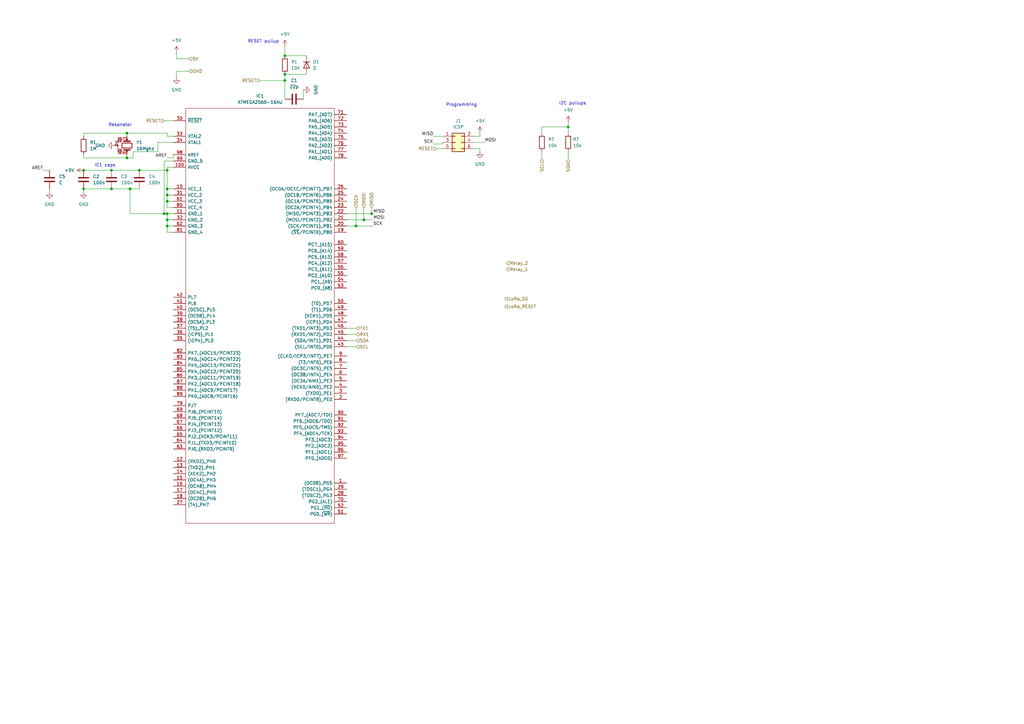
<source format=kicad_sch>
(kicad_sch (version 20211123) (generator eeschema)
  (paper "A3")
  (lib_symbols
    (symbol "ATMEGA2560-16AU:ATMEGA2560-16AU" (pin_names (offset 0.762))
      (property "Reference" "IC" (at 110.49 -21.59 0))
      (property "Value" "ATMEGA2560-16AU" (at 110.49 -24.13 0))
      (symbol "ATMEGA2560-16AU_0_0"
        (pin passive line (at 143.51 -180.34 180) (length 5.08) (name "(OC0B)_PG5") (number "1"))
        (pin passive line (at 72.39 -59.69 0) (length 5.08) (name "VCC_1") (number "10"))
        (pin passive line (at 72.39 -50.8 0) (length 5.08) (name "AVCC") (number "100"))
        (pin passive line (at 72.39 -69.85 0) (length 5.08) (name "GND_1") (number "11"))
        (pin passive line (at 72.39 -171.45 0) (length 5.08) (name "(RXD2)_PH0") (number "12"))
        (pin passive line (at 72.39 -173.99 0) (length 5.08) (name "(TXD2)_PH1") (number "13"))
        (pin passive line (at 72.39 -176.53 0) (length 5.08) (name "(XCK2)_PH2") (number "14"))
        (pin passive line (at 72.39 -179.07 0) (length 5.08) (name "(OC4A)_PH3") (number "15"))
        (pin passive line (at 72.39 -181.61 0) (length 5.08) (name "(OC4B)_PH4") (number "16"))
        (pin passive line (at 72.39 -184.15 0) (length 5.08) (name "(OC4C)_PH5") (number "17"))
        (pin passive line (at 72.39 -186.69 0) (length 5.08) (name "(OC2B)_PH6") (number "18"))
        (pin passive line (at 143.51 -77.47 180) (length 5.08) (name "(~{SS}/PCINT0)_PB0") (number "19"))
        (pin passive line (at 143.51 -146.05 180) (length 5.08) (name "(RXD0/PCINT8)_PE0") (number "2"))
        (pin passive line (at 143.51 -74.93 180) (length 5.08) (name "(SCK/PCINT1)_PB1") (number "20"))
        (pin passive line (at 143.51 -72.39 180) (length 5.08) (name "(MOSI/PCINT2)_PB2") (number "21"))
        (pin passive line (at 143.51 -69.85 180) (length 5.08) (name "(MISO/PCINT3)_PB3") (number "22"))
        (pin passive line (at 143.51 -67.31 180) (length 5.08) (name "(OC2A/PCINT4)_PB4") (number "23"))
        (pin passive line (at 143.51 -64.77 180) (length 5.08) (name "(OC1A/PCINT5)_PB5") (number "24"))
        (pin passive line (at 143.51 -62.23 180) (length 5.08) (name "(OC1B/PCINT6)_PB6") (number "25"))
        (pin passive line (at 143.51 -59.69 180) (length 5.08) (name "(OC0A/OC1C/PCINT7)_PB7") (number "26"))
        (pin passive line (at 72.39 -189.23 0) (length 5.08) (name "(T4)_PH7") (number "27"))
        (pin passive line (at 143.51 -185.42 180) (length 5.08) (name "(TOSC2)_PG3") (number "28"))
        (pin passive line (at 143.51 -182.88 180) (length 5.08) (name "(TOSC1)_PG4") (number "29"))
        (pin passive line (at 143.51 -143.51 180) (length 5.08) (name "(TXD0)_PE1") (number "3"))
        (pin passive line (at 72.39 -31.75 0) (length 5.08) (name "~{RESET}") (number "30"))
        (pin passive line (at 72.39 -62.23 0) (length 5.08) (name "VCC_2") (number "31"))
        (pin passive line (at 72.39 -72.39 0) (length 5.08) (name "GND_2") (number "32"))
        (pin passive line (at 72.39 -38.1 0) (length 5.08) (name "XTAL2") (number "33"))
        (pin passive line (at 72.39 -40.64 0) (length 5.08) (name "XTAL1") (number "34"))
        (pin passive line (at 72.39 -121.92 0) (length 5.08) (name "(ICP4)_PL0") (number "35"))
        (pin passive line (at 72.39 -119.38 0) (length 5.08) (name "(ICP5)_PL1") (number "36"))
        (pin passive line (at 72.39 -116.84 0) (length 5.08) (name "(T5)_PL2") (number "37"))
        (pin passive line (at 72.39 -114.3 0) (length 5.08) (name "(OC5A)_PL3") (number "38"))
        (pin passive line (at 72.39 -111.76 0) (length 5.08) (name "(OC5B)_PL4") (number "39"))
        (pin passive line (at 143.51 -140.97 180) (length 5.08) (name "(XCK0/AIN0)_PE2") (number "4"))
        (pin passive line (at 72.39 -109.22 0) (length 5.08) (name "(OC5C)_PL5") (number "40"))
        (pin passive line (at 72.39 -106.68 0) (length 5.08) (name "PL6") (number "41"))
        (pin passive line (at 72.39 -104.14 0) (length 5.08) (name "PL7") (number "42"))
        (pin passive line (at 143.51 -124.46 180) (length 5.08) (name "(SCL/INT0)_PD0") (number "43"))
        (pin passive line (at 143.51 -121.92 180) (length 5.08) (name "(SDA/INT1)_PD1") (number "44"))
        (pin passive line (at 143.51 -119.38 180) (length 5.08) (name "(RXD1/INT2)_PD2") (number "45"))
        (pin passive line (at 143.51 -116.84 180) (length 5.08) (name "(TXD1/INT3)_PD3") (number "46"))
        (pin passive line (at 143.51 -114.3 180) (length 5.08) (name "(ICP1)_PD4") (number "47"))
        (pin passive line (at 143.51 -111.76 180) (length 5.08) (name "(XCK1)_PD5") (number "48"))
        (pin passive line (at 143.51 -109.22 180) (length 5.08) (name "(T1)_PD6") (number "49"))
        (pin passive line (at 143.51 -138.43 180) (length 5.08) (name "(OC3A/AIN1)_PE3") (number "5"))
        (pin passive line (at 143.51 -106.68 180) (length 5.08) (name "(T0)_PD7") (number "50"))
        (pin passive line (at 143.51 -193.04 180) (length 5.08) (name "PG0_(~{WR})") (number "51"))
        (pin passive line (at 143.51 -190.5 180) (length 5.08) (name "PG1_(~{RD})") (number "52"))
        (pin passive line (at 143.51 -100.33 180) (length 5.08) (name "PC0_(A8)") (number "53"))
        (pin passive line (at 143.51 -97.79 180) (length 5.08) (name "PC1_(A9)") (number "54"))
        (pin passive line (at 143.51 -95.25 180) (length 5.08) (name "PC2_(A10)") (number "55"))
        (pin passive line (at 143.51 -92.71 180) (length 5.08) (name "PC3_(A11)") (number "56"))
        (pin passive line (at 143.51 -90.17 180) (length 5.08) (name "PC4_(A12)") (number "57"))
        (pin passive line (at 143.51 -87.63 180) (length 5.08) (name "PC5_(A13)") (number "58"))
        (pin passive line (at 143.51 -85.09 180) (length 5.08) (name "PC6_(A14)") (number "59"))
        (pin passive line (at 143.51 -135.89 180) (length 5.08) (name "(OC3B/INT4)_PE4") (number "6"))
        (pin passive line (at 143.51 -82.55 180) (length 5.08) (name "PC7_(A15)") (number "60"))
        (pin passive line (at 72.39 -64.77 0) (length 5.08) (name "VCC_3") (number "61"))
        (pin passive line (at 72.39 -74.93 0) (length 5.08) (name "GND_3") (number "62"))
        (pin passive line (at 72.39 -166.37 0) (length 5.08) (name "PJ0_(RXD3/PCINT9)") (number "63"))
        (pin passive line (at 72.39 -163.83 0) (length 5.08) (name "PJ1_(TXD3/PCINT10)") (number "64"))
        (pin passive line (at 72.39 -161.29 0) (length 5.08) (name "PJ2_(XCK3/PCINT11)") (number "65"))
        (pin passive line (at 72.39 -158.75 0) (length 5.08) (name "PJ3_(PCINT12)") (number "66"))
        (pin passive line (at 72.39 -156.21 0) (length 5.08) (name "PJ4_(PCINT13)") (number "67"))
        (pin passive line (at 72.39 -153.67 0) (length 5.08) (name "PJ5_(PCINT14)") (number "68"))
        (pin passive line (at 72.39 -151.13 0) (length 5.08) (name "PJ6_(PCINT15)") (number "69"))
        (pin passive line (at 143.51 -133.35 180) (length 5.08) (name "(OC3C/INT5)_PE5") (number "7"))
        (pin passive line (at 143.51 -187.96 180) (length 5.08) (name "PG2_(ALE)") (number "70"))
        (pin passive line (at 143.51 -29.21 180) (length 5.08) (name "PA7_(AD7)") (number "71"))
        (pin passive line (at 143.51 -31.75 180) (length 5.08) (name "PA6_(AD6)") (number "72"))
        (pin passive line (at 143.51 -34.29 180) (length 5.08) (name "PA5_(AD5)") (number "73"))
        (pin passive line (at 143.51 -36.83 180) (length 5.08) (name "PA4_(AD4)") (number "74"))
        (pin passive line (at 143.51 -39.37 180) (length 5.08) (name "PA3_(AD3)") (number "75"))
        (pin passive line (at 143.51 -41.91 180) (length 5.08) (name "PA2_(AD2)") (number "76"))
        (pin passive line (at 143.51 -44.45 180) (length 5.08) (name "PA1_(AD1)") (number "77"))
        (pin passive line (at 143.51 -46.99 180) (length 5.08) (name "PA0_(AD0)") (number "78"))
        (pin passive line (at 72.39 -148.59 0) (length 5.08) (name "PJ7") (number "79"))
        (pin passive line (at 143.51 -130.81 180) (length 5.08) (name "(T3/INT6)_PE6") (number "8"))
        (pin passive line (at 72.39 -67.31 0) (length 5.08) (name "VCC_4") (number "80"))
        (pin passive line (at 72.39 -77.47 0) (length 5.08) (name "GND_4") (number "81"))
        (pin passive line (at 72.39 -127 0) (length 5.08) (name "PK7_(ADC15/PCINT23)") (number "82"))
        (pin passive line (at 72.39 -129.54 0) (length 5.08) (name "PK6_(ADC14/PCINT22)") (number "83"))
        (pin passive line (at 72.39 -132.08 0) (length 5.08) (name "PK5_(ADC13/PCINT21)") (number "84"))
        (pin passive line (at 72.39 -134.62 0) (length 5.08) (name "PK4_(ADC12/PCINT20)") (number "85"))
        (pin passive line (at 72.39 -137.16 0) (length 5.08) (name "PK3_(ADC11/PCINT19)") (number "86"))
        (pin passive line (at 72.39 -139.7 0) (length 5.08) (name "PK2_(ADC10/PCINT18)") (number "87"))
        (pin passive line (at 72.39 -142.24 0) (length 5.08) (name "PK1_(ADC9/PCINT17)") (number "88"))
        (pin passive line (at 72.39 -144.78 0) (length 5.08) (name "PK0_(ADC8/PCINT16)") (number "89"))
        (pin passive line (at 143.51 -128.27 180) (length 5.08) (name "(CLKO/ICP3/INT7)_PE7") (number "9"))
        (pin passive line (at 143.51 -152.4 180) (length 5.08) (name "PF7_(ADC7/TDI)") (number "90"))
        (pin passive line (at 143.51 -154.94 180) (length 5.08) (name "PF6_(ADC6/TDO)") (number "91"))
        (pin passive line (at 143.51 -157.48 180) (length 5.08) (name "PF5_(ADC5/TMS)") (number "92"))
        (pin passive line (at 143.51 -160.02 180) (length 5.08) (name "PF4_(ADC4/TCK)") (number "93"))
        (pin passive line (at 143.51 -162.56 180) (length 5.08) (name "PF3_(ADC3)") (number "94"))
        (pin passive line (at 143.51 -165.1 180) (length 5.08) (name "PF2_(ADC2)") (number "95"))
        (pin passive line (at 143.51 -167.64 180) (length 5.08) (name "PF1_(ADC1)") (number "96"))
        (pin passive line (at 143.51 -170.18 180) (length 5.08) (name "PF0_(ADC0)") (number "97"))
        (pin passive line (at 72.39 -45.72 0) (length 5.08) (name "AREF") (number "98"))
        (pin passive line (at 72.39 -48.26 0) (length 5.08) (name "GND_5") (number "99"))
      )
      (symbol "ATMEGA2560-16AU_0_1"
        (rectangle (start 77.47 -26.67) (end 138.43 -196.85))
      )
    )
    (symbol "Connector_Generic:Conn_02x03_Odd_Even" (pin_names (offset 1.016) hide)
      (property "Reference" "J" (at 1.27 5.08 0))
      (property "Value" "Conn_02x03_Odd_Even" (at 1.27 -5.08 0))
      (symbol "Conn_02x03_Odd_Even_1_1"
        (rectangle (start -1.27 -2.413) (end 0 -2.667) (stroke (width 0.1524)))
        (rectangle (start -1.27 0.127) (end 0 -0.127) (stroke (width 0.1524)))
        (rectangle (start -1.27 2.667) (end 0 2.413) (stroke (width 0.1524)))
        (rectangle (start -1.27 3.81) (end 3.81 -3.81) (stroke (width 0.254)) (fill (type background)))
        (rectangle (start 3.81 -2.413) (end 2.54 -2.667) (stroke (width 0.1524)))
        (rectangle (start 3.81 0.127) (end 2.54 -0.127) (stroke (width 0.1524)))
        (rectangle (start 3.81 2.667) (end 2.54 2.413) (stroke (width 0.1524)))
        (pin passive line (at -5.08 2.54 0) (length 3.81) (name "Pin_1") (number "1"))
        (pin passive line (at 7.62 2.54 180) (length 3.81) (name "Pin_2") (number "2"))
        (pin passive line (at -5.08 0 0) (length 3.81) (name "Pin_3") (number "3"))
        (pin passive line (at 7.62 0 180) (length 3.81) (name "Pin_4") (number "4"))
        (pin passive line (at -5.08 -2.54 0) (length 3.81) (name "Pin_5") (number "5"))
        (pin passive line (at 7.62 -2.54 180) (length 3.81) (name "Pin_6") (number "6"))
      )
    )
    (symbol "Device:C" (pin_numbers hide) (pin_names (offset 0.254))
      (property "Reference" "C" (at 0.635 2.54 0))
      (property "Value" "C" (at 0.635 -2.54 0))
      (symbol "C_0_1"
        (polyline (pts (xy -2.032 -0.762) (xy 2.032 -0.762)) (stroke (width 0.508)))
        (polyline (pts (xy -2.032 0.762) (xy 2.032 0.762)) (stroke (width 0.508)))
      )
      (symbol "C_1_1"
        (pin passive line (at 0 3.81 270) (length 2.794) (name "~") (number "1"))
        (pin passive line (at 0 -3.81 90) (length 2.794) (name "~") (number "2"))
      )
    )
    (symbol "Device:D" (pin_numbers hide) (pin_names (offset 1.016) hide)
      (property "Reference" "D" (at 0 2.54 0))
      (property "Value" "D" (at 0 -2.54 0))
      (symbol "D_0_1"
        (polyline (pts (xy -1.27 1.27) (xy -1.27 -1.27)) (stroke (width 0.254)))
        (polyline (pts (xy 1.27 0) (xy -1.27 0)))
        (polyline (pts (xy 1.27 1.27) (xy 1.27 -1.27) (xy -1.27 0) (xy 1.27 1.27)) (stroke (width 0.254)))
      )
      (symbol "D_1_1"
        (pin passive line (at -3.81 0 0) (length 2.54) (name "K") (number "1"))
        (pin passive line (at 3.81 0 180) (length 2.54) (name "A") (number "2"))
      )
    )
    (symbol "Device:R" (pin_numbers hide) (pin_names (offset 0))
      (property "Reference" "R" (at 2.032 0 90))
      (property "Value" "R" (at 0 0 90))
      (symbol "R_0_1"
        (rectangle (start -1.016 -2.54) (end 1.016 2.54) (stroke (width 0.254)))
      )
      (symbol "R_1_1"
        (pin passive line (at 0 3.81 270) (length 1.27) (name "~") (number "1"))
        (pin passive line (at 0 -3.81 90) (length 1.27) (name "~") (number "2"))
      )
    )
    (symbol "Device:Resonator" (pin_names (offset 1.016) hide)
      (property "Reference" "Y" (at 0 5.715 0))
      (property "Value" "Resonator" (at 0 3.81 0))
      (symbol "Resonator_0_1"
        (rectangle (start -3.429 -3.175) (end -1.397 -3.429) (fill (type outline)))
        (rectangle (start -3.429 -2.413) (end -1.397 -2.667) (fill (type outline)))
        (circle (center -2.413 0) (radius 0.254) (fill (type outline)))
        (rectangle (start -1.016 2.032) (end 1.016 -2.032) (stroke (width 0.3048)))
        (circle (center 0 -3.81) (radius 0.254) (fill (type outline)))
        (polyline (pts (xy -2.413 -2.413) (xy -2.413 0)))
        (polyline (pts (xy -1.905 0) (xy -3.175 0)))
        (polyline (pts (xy -1.778 -1.27) (xy -1.778 1.27)) (stroke (width 0.508)))
        (polyline (pts (xy 1.778 -1.27) (xy 1.778 1.27)) (stroke (width 0.508)))
        (polyline (pts (xy 1.905 0) (xy 2.54 0)))
        (polyline (pts (xy 2.413 0) (xy 2.413 -2.54)))
        (polyline (pts (xy 2.413 -3.302) (xy 2.413 -3.81) (xy -2.413 -3.81) (xy -2.413 -3.302)))
        (rectangle (start 1.397 -3.175) (end 3.429 -3.429) (fill (type outline)))
        (rectangle (start 1.397 -2.413) (end 3.429 -2.667) (fill (type outline)))
        (circle (center 2.413 0) (radius 0.254) (fill (type outline)))
      )
      (symbol "Resonator_1_1"
        (pin passive line (at -3.81 0 0) (length 1.27) (name "1") (number "1"))
        (pin passive line (at 0 -5.08 90) (length 1.27) (name "2") (number "2"))
        (pin passive line (at 3.81 0 180) (length 1.27) (name "3") (number "3"))
      )
    )
    (symbol "power:+5V" (power) (pin_names (offset 0))
      (property "Value" "+5V" (at 0 3.556 0))
      (symbol "+5V_0_1"
        (polyline (pts (xy -0.762 1.27) (xy 0 2.54)))
        (polyline (pts (xy 0 0) (xy 0 2.54)))
        (polyline (pts (xy 0 2.54) (xy 0.762 1.27)))
      )
      (symbol "+5V_1_1"
        (pin power_in line (at 0 0 90) (length 0) hide (name "+5V") (number "1"))
      )
    )
    (symbol "power:GND" (power) (pin_names (offset 0))
      (property "Value" "GND" (at 0 -3.81 0))
      (symbol "GND_0_1"
        (polyline (pts (xy 0 0) (xy 0 -1.27) (xy 1.27 -1.27) (xy 0 -2.54) (xy -1.27 -1.27) (xy 0 -1.27)))
      )
      (symbol "GND_1_1"
        (pin power_in line (at 0 0 270) (length 0) hide (name "GND") (number "1"))
      )
    )
  )
  (junction (at 68.58 77.47))
  (junction (at 45.72 69.85))
  (junction (at 116.84 30.48))
  (junction (at 116.84 33.02))
  (junction (at 34.29 77.47))
  (junction (at 52.07 54.61))
  (junction (at 233.045 52.07))
  (junction (at 68.58 92.71))
  (junction (at 68.58 69.85))
  (junction (at 68.58 80.01))
  (junction (at 67.31 87.63))
  (junction (at 57.15 69.85))
  (junction (at 52.07 64.77))
  (junction (at 146.05 92.71))
  (junction (at 68.58 82.55))
  (junction (at 116.84 22.86))
  (junction (at 152.4 87.63))
  (junction (at 149.225 90.17))
  (junction (at 68.58 87.63))
  (junction (at 53.34 77.47))
  (junction (at 68.58 90.17))
  (junction (at 34.29 69.85))
  (junction (at 45.72 77.47))
  (wire (pts (xy 52.07 54.61) (xy 68.58 54.61)))
  (wire (pts (xy 68.58 87.63) (xy 71.12 87.63)))
  (wire (pts (xy 146.05 92.71) (xy 153.035 92.71)))
  (wire (pts (xy 71.12 66.04) (xy 67.31 66.04)))
  (wire (pts (xy 71.12 68.58) (xy 68.58 68.58)))
  (wire (pts (xy 72.39 21.59) (xy 72.39 24.13)))
  (wire (pts (xy 116.84 30.48) (xy 116.84 33.02)))
  (wire (pts (xy 57.15 69.85) (xy 68.58 69.85)))
  (wire (pts (xy 68.58 77.47) (xy 68.58 80.01)))
  (wire (pts (xy 124.46 40.64) (xy 124.46 36.83)))
  (wire (pts (xy 149.225 90.17) (xy 153.035 90.17)))
  (wire (pts (xy 45.72 69.85) (xy 57.15 69.85)))
  (wire (pts (xy 152.4 85.09) (xy 152.4 87.63)))
  (wire (pts (xy 72.39 31.75) (xy 72.39 29.21)))
  (wire (pts (xy 116.84 33.02) (xy 116.84 40.64)))
  (wire (pts (xy 68.58 85.09) (xy 68.58 82.55)))
  (wire (pts (xy 34.29 77.47) (xy 45.72 77.47)))
  (wire (pts (xy 194.31 60.96) (xy 196.85 60.96)))
  (wire (pts (xy 68.58 82.55) (xy 68.58 80.01)))
  (wire (pts (xy 149.225 85.09) (xy 149.225 90.17)))
  (wire (pts (xy 142.24 87.63) (xy 152.4 87.63)))
  (wire (pts (xy 64.77 62.23) (xy 64.77 58.42)))
  (wire (pts (xy 54.61 62.23) (xy 64.77 62.23)))
  (wire (pts (xy 196.85 55.88) (xy 196.85 54.61)))
  (wire (pts (xy 34.29 64.77) (xy 52.07 64.77)))
  (wire (pts (xy 34.29 54.61) (xy 34.29 55.88)))
  (wire (pts (xy 233.045 62.23) (xy 233.045 65.405)))
  (wire (pts (xy 177.8 59.055) (xy 181.61 59.055)))
  (wire (pts (xy 194.31 58.42) (xy 198.755 58.42)))
  (wire (pts (xy 68.58 90.17) (xy 68.58 87.63)))
  (wire (pts (xy 68.58 95.25) (xy 68.58 92.71)))
  (wire (pts (xy 67.31 87.63) (xy 68.58 87.63)))
  (wire (pts (xy 116.84 19.05) (xy 116.84 22.86)))
  (wire (pts (xy 71.12 82.55) (xy 68.58 82.55)))
  (wire (pts (xy 68.58 55.88) (xy 71.12 55.88)))
  (wire (pts (xy 71.12 85.09) (xy 68.58 85.09)))
  (wire (pts (xy 52.07 54.61) (xy 34.29 54.61)))
  (wire (pts (xy 17.78 69.85) (xy 20.32 69.85)))
  (wire (pts (xy 142.24 139.7) (xy 146.05 139.7)))
  (wire (pts (xy 222.25 52.07) (xy 233.045 52.07)))
  (wire (pts (xy 142.24 90.17) (xy 149.225 90.17)))
  (wire (pts (xy 52.07 55.88) (xy 52.07 54.61)))
  (wire (pts (xy 142.24 92.71) (xy 146.05 92.71)))
  (wire (pts (xy 179.07 60.96) (xy 181.61 60.96)))
  (wire (pts (xy 68.58 69.85) (xy 68.58 77.47)))
  (wire (pts (xy 54.61 64.77) (xy 54.61 62.23)))
  (wire (pts (xy 72.39 29.21) (xy 77.47 29.21)))
  (wire (pts (xy 68.58 90.17) (xy 71.12 90.17)))
  (wire (pts (xy 71.12 77.47) (xy 68.58 77.47)))
  (wire (pts (xy 68.58 68.58) (xy 68.58 69.85)))
  (wire (pts (xy 233.045 50.165) (xy 233.045 52.07)))
  (wire (pts (xy 57.15 77.47) (xy 53.34 77.47)))
  (wire (pts (xy 53.34 77.47) (xy 53.34 87.63)))
  (wire (pts (xy 68.58 64.77) (xy 71.12 64.77)))
  (wire (pts (xy 68.58 80.01) (xy 71.12 80.01)))
  (wire (pts (xy 71.12 64.77) (xy 71.12 63.5)))
  (wire (pts (xy 196.85 60.96) (xy 196.85 62.23)))
  (wire (pts (xy 146.05 85.09) (xy 146.05 92.71)))
  (wire (pts (xy 152.4 87.63) (xy 153.035 87.63)))
  (wire (pts (xy 20.32 77.47) (xy 20.32 78.74)))
  (wire (pts (xy 116.84 30.48) (xy 125.73 30.48)))
  (wire (pts (xy 142.24 134.62) (xy 146.05 134.62)))
  (wire (pts (xy 116.84 22.86) (xy 125.73 22.86)))
  (wire (pts (xy 64.77 58.42) (xy 71.12 58.42)))
  (wire (pts (xy 68.58 92.71) (xy 68.58 90.17)))
  (wire (pts (xy 194.31 55.88) (xy 196.85 55.88)))
  (wire (pts (xy 106.68 33.02) (xy 116.84 33.02)))
  (wire (pts (xy 52.07 64.77) (xy 54.61 64.77)))
  (wire (pts (xy 34.29 69.85) (xy 45.72 69.85)))
  (wire (pts (xy 68.58 54.61) (xy 68.58 55.88)))
  (wire (pts (xy 142.24 137.16) (xy 146.05 137.16)))
  (wire (pts (xy 177.8 55.88) (xy 181.61 55.88)))
  (wire (pts (xy 52.07 63.5) (xy 52.07 64.77)))
  (wire (pts (xy 45.72 77.47) (xy 53.34 77.47)))
  (wire (pts (xy 34.29 78.74) (xy 34.29 77.47)))
  (wire (pts (xy 67.31 49.53) (xy 71.12 49.53)))
  (wire (pts (xy 233.045 52.07) (xy 233.045 54.61)))
  (wire (pts (xy 68.58 92.71) (xy 71.12 92.71)))
  (wire (pts (xy 142.24 142.24) (xy 146.05 142.24)))
  (wire (pts (xy 67.31 66.04) (xy 67.31 87.63)))
  (wire (pts (xy 222.25 54.61) (xy 222.25 52.07)))
  (wire (pts (xy 222.25 62.23) (xy 222.25 65.405)))
  (wire (pts (xy 181.61 59.055) (xy 181.61 58.42)))
  (wire (pts (xy 71.12 95.25) (xy 68.58 95.25)))
  (wire (pts (xy 53.34 87.63) (xy 67.31 87.63)))
  (wire (pts (xy 34.29 63.5) (xy 34.29 64.77)))
  (wire (pts (xy 72.39 24.13) (xy 77.47 24.13)))
  (text "IC1 caps" (at 38.735 68.58 0) (effects (font (size 1.27 1.27)) (justify left bottom)))
  (text "Resonator" (at 44.45 52.07 0) (effects (font (size 1.27 1.27)) (justify left bottom)))
  (text "Programming" (at 182.88 43.815 0) (effects (font (size 1.27 1.27)) (justify left bottom)))
  (text "I2C pullups" (at 229.235 43.18 0) (effects (font (size 1.27 1.27)) (justify left bottom)))
  (text "RESET pullup" (at 101.6 17.78 0) (effects (font (size 1.27 1.27)) (justify left bottom)))
  (label "SCK" (at 153.035 92.71 0))
  (label "AREF" (at 17.78 69.85 180))
  (label "SCK" (at 177.8 59.055 180))
  (label "MOSI" (at 198.755 58.42 0))
  (label "MISO" (at 177.8 55.88 180))
  (label "MOSI" (at 153.035 90.17 0))
  (label "MISO" (at 153.035 87.63 0))
  (label "AREF" (at 68.58 64.77 180))
  (hierarchical_label "Relay_1" (shape input) (at 207.645 110.49 0))
  (hierarchical_label "RESET" (shape input) (at 179.07 60.96 180))
  (hierarchical_label "Relay_2" (shape input) (at 207.645 107.95 0))
  (hierarchical_label "RESET" (shape input) (at 67.31 49.53 180))
  (hierarchical_label "SDA" (shape input) (at 146.05 139.7 0))
  (hierarchical_label "SCL" (shape input) (at 146.05 142.24 0))
  (hierarchical_label "RX1" (shape input) (at 146.05 137.16 0))
  (hierarchical_label "LoRa_RESET" (shape input) (at 207.01 125.73 0))
  (hierarchical_label "GND" (shape input) (at 77.47 29.21 0))
  (hierarchical_label "TX1" (shape input) (at 146.05 134.62 0))
  (hierarchical_label "SCK" (shape input) (at 146.05 85.09 90))
  (hierarchical_label "SDA" (shape input) (at 233.045 65.405 270))
  (hierarchical_label "LoRa_SS" (shape input) (at 207.01 122.555 0))
  (hierarchical_label "5V" (shape input) (at 77.47 24.13 0))
  (hierarchical_label "MISO" (shape input) (at 152.4 85.09 90))
  (hierarchical_label "MOSI" (shape input) (at 149.225 85.09 90))
  (hierarchical_label "RESET" (shape input) (at 106.68 33.02 180))
  (hierarchical_label "SCL" (shape input) (at 222.25 65.405 270))
  (symbol (lib_id "power:GND") (at 72.39 31.75 0) (unit 1)
    (property "Reference" "#PWR0104" (effects hide))
    (property "Value" "GND" (at 72.39 36.83 0))
  )
  (symbol (lib_id "Device:C") (at 57.15 73.66 0) (unit 1)
    (property "Reference" "C4" (at 60.96 72.3899 0) (effects (justify left)))
    (property "Value" "100n" (at 60.96 74.9299 0) (effects (justify left)))
  )
  (symbol (lib_id "Device:C") (at 120.65 40.64 90) (unit 1)
    (property "Reference" "C1" (at 120.65 33.02 90))
    (property "Value" "22p" (at 120.65 35.56 90))
  )
  (symbol (lib_id "power:+5V") (at 196.85 54.61 0) (unit 1)
    (property "Reference" "#PWR0112" (effects hide))
    (property "Value" "+5V" (at 196.85 49.53 0))
  )
  (symbol (lib_id "power:GND") (at 124.46 36.83 90) (unit 1)
    (property "Reference" "#PWR0106" (effects hide))
    (property "Value" "GND" (at 129.54 36.83 0))
  )
  (symbol (lib_id "Device:C") (at 34.29 73.66 0) (unit 1)
    (property "Reference" "C2" (at 38.1 72.3899 0) (effects (justify left)))
    (property "Value" "100n" (at 38.1 74.9299 0) (effects (justify left)))
  )
  (symbol (lib_id "Device:R") (at 233.045 58.42 0) (unit 1)
    (property "Reference" "R?" (at 234.95 57.1499 0) (effects (justify left)))
    (property "Value" "10k" (at 234.95 59.6899 0) (effects (justify left)))
  )
  (symbol (lib_id "Device:C") (at 20.32 73.66 0) (unit 1)
    (property "Reference" "C5" (at 24.13 72.3899 0) (effects (justify left)))
    (property "Value" "C" (at 24.13 74.9299 0) (effects (justify left)))
  )
  (symbol (lib_id "power:GND") (at 34.29 78.74 0) (unit 1)
    (property "Reference" "#PWR0107" (effects hide))
    (property "Value" "GND" (at 34.29 83.82 0))
  )
  (symbol (lib_id "power:GND") (at 20.32 78.74 0) (unit 1)
    (property "Reference" "#PWR0109" (effects hide))
    (property "Value" "GND" (at 20.32 83.82 0))
  )
  (symbol (lib_id "power:GND") (at 46.99 59.69 270) (mirror x) (unit 1)
    (property "Reference" "#PWR0110" (effects hide))
    (property "Value" "GND" (at 43.18 59.6899 90) (effects (justify right)))
  )
  (symbol (lib_id "Device:R") (at 116.84 26.67 0) (unit 1)
    (property "Reference" "R1" (at 119.38 25.3999 0) (effects (justify left)))
    (property "Value" "10K" (at 119.38 27.9399 0) (effects (justify left)))
  )
  (symbol (lib_id "power:+5V") (at 34.29 69.85 90) (unit 1)
    (property "Reference" "#PWR0108" (effects hide))
    (property "Value" "+5V" (at 30.48 69.8499 90) (effects (justify left)))
  )
  (symbol (lib_id "Device:C") (at 45.72 73.66 0) (unit 1)
    (property "Reference" "C3" (at 49.53 72.3899 0) (effects (justify left)))
    (property "Value" "100n" (at 49.53 74.9299 0) (effects (justify left)))
  )
  (symbol (lib_id "Device:R") (at 222.25 58.42 0) (unit 1)
    (property "Reference" "R?" (at 224.79 57.1499 0) (effects (justify left)))
    (property "Value" "10k" (at 224.79 59.6899 0) (effects (justify left)))
  )
  (symbol (lib_id "ATMEGA2560-16AU:ATMEGA2560-16AU") (at -1.27 17.78 0) (unit 1)
    (property "Reference" "IC1" (at 106.68 39.37 0))
    (property "Value" "ATMEGA2560-16AU" (at 106.68 41.91 0))
    (property "Footprint" "QFP50P1600X1600X120-100N" (effects hide))
    (property "Datasheet" "https://datasheet.datasheetarchive.com/originals/distributors/Datasheets_SAMA/4a5a397fa76c39b5297f4121ace1d84e.pdf" (effects hide))
    (property "Description" "ATMEGA2560-16AU, 8 bit AVR Microcontroller 16MHz 4, 256kb Flash, 8kb RAM, I2C SPI 100-Pin TQFP" (effects hide))
    (property "Height" "1.2" (effects hide))
    (property "Manufacturer_Name" "Microchip" (effects hide))
    (property "Manufacturer_Part_Number" "ATMEGA2560-16AU" (effects hide))
    (property "Mouser Part Number" "556-ATMEGA2560-16AU" (effects hide))
    (property "Mouser Price/Stock" "https://www.mouser.co.uk/ProductDetail/Microchip-Technology-Atmel/ATMEGA2560-16AU?qs=aqrrBurbvGciYmlAokFS0w%3D%3D" (effects hide))
    (property "Arrow Part Number" "ATMEGA2560-16AU" (effects hide))
    (property "Arrow Price/Stock" "https://www.arrow.com/en/products/atmega2560-16au/microchip-technology?region=nac" (effects hide))
  )
  (symbol (lib_id "Device:Resonator") (at 52.07 59.69 270) (unit 1)
    (property "Reference" "Y1" (at 55.88 58.4199 90) (effects (justify left)))
    (property "Value" "16Mghz" (at 55.88 60.9599 90) (effects (justify left)))
  )
  (symbol (lib_id "power:+5V") (at 72.39 21.59 0) (unit 1)
    (property "Reference" "#PWR0105" (effects hide))
    (property "Value" "+5V" (at 72.39 16.51 0))
  )
  (symbol (lib_id "Device:R") (at 34.29 59.69 0) (unit 1)
    (property "Reference" "R1" (at 36.83 58.4199 0) (effects (justify left)))
    (property "Value" "1M" (at 36.83 60.9599 0) (effects (justify left)))
  )
  (symbol (lib_id "power:GND") (at 196.85 62.23 0) (unit 1)
    (property "Reference" "#PWR0113" (effects hide))
    (property "Value" "GND" (at 196.85 67.31 0))
  )
  (symbol (lib_id "Device:D") (at 125.73 26.67 270) (unit 1)
    (property "Reference" "D1" (at 128.27 25.3999 90) (effects (justify left)))
    (property "Value" "D" (at 128.27 27.9399 90) (effects (justify left)))
  )
  (symbol (lib_id "power:+5V") (at 233.045 50.165 0) (unit 1)
    (property "Reference" "#PWR0111" (effects hide))
    (property "Value" "+5V" (at 233.045 45.085 0))
  )
  (symbol (lib_id "Connector_Generic:Conn_02x03_Odd_Even") (at 186.69 58.42 0) (unit 1)
    (property "Reference" "J1" (at 187.96 49.53 0))
    (property "Value" "ICSP" (at 187.96 52.07 0))
  )
  (symbol (lib_id "power:+5V") (at 116.84 19.05 0) (unit 1)
    (property "Reference" "#PWR0103" (effects hide))
    (property "Value" "+5V" (at 116.84 13.97 0))
  )
)
</source>
